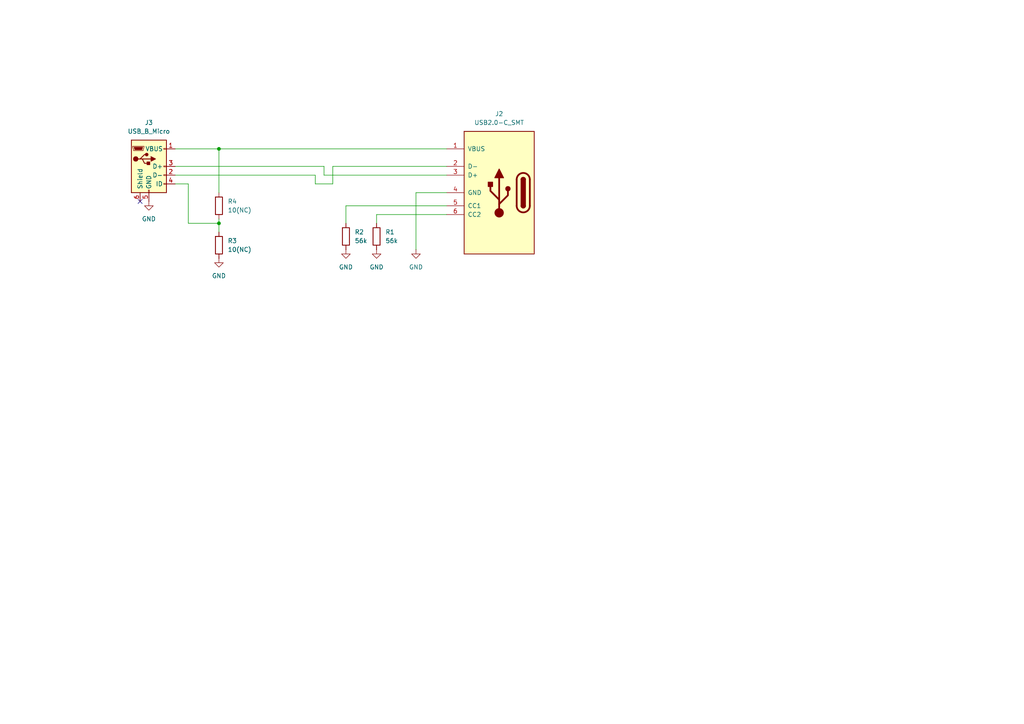
<source format=kicad_sch>
(kicad_sch (version 20231120) (generator "eeschema") (generator_version "8.0")
  (paper "A4")
  (title_block (title "USB MM-CF Adapter") (rev "v1.0.2") (company "Atsushi Morimoto (@74th)"))
  (lib_symbols
    (symbol "74th_Interface:USB_TypeC-2.0_Receptacle" (pin_names (offset 1.016))
      (property "Reference" "J" (at -10.16 19.05 0))
      (property "Value" "USB2.0-C_SMT" (at 15.24 19.05 0))
      (symbol "USB_TypeC-2.0_Receptacle_0_1"
        (rectangle (start -10.16 17.78) (end 10.16 -17.78) (stroke (width 0.254)) (fill (type background)))
        (arc (start -8.89 -3.81) (mid -6.985 -5.7067) (end -5.08 -3.81) (stroke (width 0.508)))
        (arc (start -7.62 -3.81) (mid -6.985 -4.4423) (end -6.35 -3.81) (stroke (width 0.254)))
        (arc (start -7.62 -3.81) (mid -6.985 -4.4423) (end -6.35 -3.81) (stroke (width 0.254)) (fill (type outline)))
        (rectangle (start -7.62 -3.81) (end -6.35 3.81) (stroke (width 0.254)) (fill (type outline)))
        (arc (start -6.35 3.81) (mid -6.985 4.4423) (end -7.62 3.81) (stroke (width 0.254)))
        (arc (start -6.35 3.81) (mid -6.985 4.4423) (end -7.62 3.81) (stroke (width 0.254)) (fill (type outline)))
        (arc (start -5.08 3.81) (mid -6.985 5.7067) (end -8.89 3.81) (stroke (width 0.508)))
        (circle (center -2.54 1.143) (radius 0.635) (stroke (width 0.254)) (fill (type outline)))
        (circle (center 0 -5.842) (radius 1.27) (fill (type outline)))
        (polyline (pts (xy -8.89 -3.81) (xy -8.89 3.81)) (stroke (width 0.508)))
        (polyline (pts (xy -5.08 3.81) (xy -5.08 -3.81)) (stroke (width 0.508)))
        (polyline (pts (xy 0 -5.842) (xy 0 4.318)) (stroke (width 0.508)))
        (polyline (pts (xy 0 -3.302) (xy -2.54 -0.762) (xy -2.54 0.508)) (stroke (width 0.508)))
        (polyline (pts (xy 0 -2.032) (xy 2.54 0.508) (xy 2.54 1.778)) (stroke (width 0.508)))
        (polyline (pts (xy -1.27 4.318) (xy 0 6.858) (xy 1.27 4.318) (xy -1.27 4.318)) (stroke (width 0.254)) (fill (type outline)))
        (rectangle (start 1.905 1.778) (end 3.175 3.048) (stroke (width 0.254)) (fill (type outline)))
      )
      (symbol "USB_TypeC-2.0_Receptacle_1_1"
        (pin power_out line (at 15.24 12.7 180) (length 5.08) (name "VBUS") (number "1"))
        (pin bidirectional line (at 15.24 7.62 180) (length 5.08) (name "D-") (number "2"))
        (pin bidirectional line (at 15.24 5.08 180) (length 5.08) (name "D+") (number "3"))
        (pin power_out line (at 15.24 0 180) (length 5.08) (name "GND") (number "4"))
        (pin input line (at 15.24 -3.81 180) (length 5.08) (name "CC1") (number "5"))
        (pin input line (at 15.24 -6.35 180) (length 5.08) (name "CC2") (number "6"))
      )
    )
    (symbol "Connector:USB_B_Micro" (pin_names (offset 1.016))
      (property "Reference" "J" (at -5.08 11.43 0))
      (property "Value" "USB_B_Micro" (at -5.08 8.89 0))
      (symbol "USB_B_Micro_0_1"
        (rectangle (start -5.08 -7.62) (end 5.08 7.62) (stroke (width 0.254)) (fill (type background)))
        (circle (center -3.81 2.159) (radius 0.635) (stroke (width 0.254)) (fill (type outline)))
        (circle (center -0.635 3.429) (radius 0.381) (stroke (width 0.254)) (fill (type outline)))
        (rectangle (start -0.127 -7.62) (end 0.127 -6.858))
        (polyline (pts (xy -1.905 2.159) (xy 0.635 2.159)) (stroke (width 0.254)))
        (polyline (pts (xy -3.175 2.159) (xy -2.54 2.159) (xy -1.27 3.429) (xy -0.635 3.429)) (stroke (width 0.254)))
        (polyline (pts (xy -2.54 2.159) (xy -1.905 2.159) (xy -1.27 0.889) (xy 0 0.889)) (stroke (width 0.254)))
        (polyline (pts (xy 0.635 2.794) (xy 0.635 1.524) (xy 1.905 2.159) (xy 0.635 2.794)) (stroke (width 0.254)) (fill (type outline)))
        (polyline (pts (xy -4.318 5.588) (xy -1.778 5.588) (xy -2.032 4.826) (xy -4.064 4.826) (xy -4.318 5.588)) (fill (type outline)))
        (polyline (pts (xy -4.699 5.842) (xy -4.699 5.588) (xy -4.445 4.826) (xy -4.445 4.572) (xy -1.651 4.572) (xy -1.651 4.826) (xy -1.397 5.588) (xy -1.397 5.842) (xy -4.699 5.842)))
        (rectangle (start 0.254 1.27) (end -0.508 0.508) (stroke (width 0.254)) (fill (type outline)))
        (rectangle (start 5.08 -5.207) (end 4.318 -4.953))
        (rectangle (start 5.08 -2.667) (end 4.318 -2.413))
        (rectangle (start 5.08 -0.127) (end 4.318 0.127))
        (rectangle (start 5.08 4.953) (end 4.318 5.207))
      )
      (symbol "USB_B_Micro_1_1"
        (pin power_out line (at 7.62 5.08 180) (length 2.54) (name "VBUS") (number "1"))
        (pin bidirectional line (at 7.62 -2.54 180) (length 2.54) (name "D-") (number "2"))
        (pin bidirectional line (at 7.62 0 180) (length 2.54) (name "D+") (number "3"))
        (pin passive line (at 7.62 -5.08 180) (length 2.54) (name "ID") (number "4"))
        (pin power_out line (at 0 -10.16 90) (length 2.54) (name "GND") (number "5"))
        (pin passive line (at -2.54 -10.16 90) (length 2.54) (name "Shield") (number "6"))
      )
    )
    (symbol "Device:R" (pin_numbers hide) (pin_names (offset 0))
      (property "Reference" "R" (at 2.032 0 90))
      (property "Value" "R" (at 0 0 90))
      (symbol "R_0_1"
        (rectangle (start -1.016 -2.54) (end 1.016 2.54) (stroke (width 0.254)))
      )
      (symbol "R_1_1"
        (pin passive line (at 0 3.81 270) (length 1.27) (name "~") (number "1"))
        (pin passive line (at 0 -3.81 90) (length 1.27) (name "~") (number "2"))
      )
    )
    (symbol "power:GND" (power) (pin_numbers hide) (pin_names (offset 0) hide)
      (property "Value" "GND" (at 0 -3.81 0))
      (symbol "GND_0_1"
        (polyline (pts (xy 0 0) (xy 0 -1.27) (xy 1.27 -1.27) (xy 0 -2.54) (xy -1.27 -1.27) (xy 0 -1.27)))
      )
      (symbol "GND_1_1"
        (pin power_in line (at 0 0 270) (length 0) (name "~") (number "1"))
      )
    )
  )
  (junction (at 63.5 43.18))
  (junction (at 63.5 64.77))
  (no_connect (at 40.64 58.42))
  (wire (pts (xy 100.33 59.69) (xy 100.33 64.77)))
  (wire (pts (xy 100.33 59.69) (xy 129.54 59.69)))
  (wire (pts (xy 91.44 50.8) (xy 50.8 50.8)))
  (wire (pts (xy 54.61 53.34) (xy 54.61 64.77)))
  (wire (pts (xy 109.22 62.23) (xy 109.22 64.77)))
  (wire (pts (xy 50.8 53.34) (xy 54.61 53.34)))
  (wire (pts (xy 50.8 48.26) (xy 93.98 48.26)))
  (wire (pts (xy 63.5 43.18) (xy 129.54 43.18)))
  (wire (pts (xy 120.65 55.88) (xy 129.54 55.88)))
  (wire (pts (xy 63.5 43.18) (xy 63.5 55.88)))
  (wire (pts (xy 120.65 72.39) (xy 120.65 55.88)))
  (wire (pts (xy 96.52 53.34) (xy 91.44 53.34)))
  (wire (pts (xy 109.22 62.23) (xy 129.54 62.23)))
  (wire (pts (xy 63.5 64.77) (xy 63.5 67.31)))
  (wire (pts (xy 54.61 64.77) (xy 63.5 64.77)))
  (wire (pts (xy 50.8 43.18) (xy 63.5 43.18)))
  (wire (pts (xy 129.54 48.26) (xy 96.52 48.26)))
  (wire (pts (xy 93.98 48.26) (xy 93.98 50.8)))
  (wire (pts (xy 93.98 50.8) (xy 129.54 50.8)))
  (wire (pts (xy 96.52 48.26) (xy 96.52 53.34)))
  (wire (pts (xy 63.5 64.77) (xy 63.5 63.5)))
  (wire (pts (xy 91.44 53.34) (xy 91.44 50.8)))
  (symbol (lib_id "power:GND") (at 63.5 74.93 0) (unit 1)
    (property "Reference" "#PWR03" (effects (hide yes)))
    (property "Value" "GND" (at 63.5 80.01 0))
    (property "Description" "Power symbol creates a global label with name \"GND\" , ground" (effects (hide yes)))
  )
  (symbol (lib_id "Device:R") (at 63.5 71.12 0) (unit 1)
    (property "Reference" "R3" (at 66.04 69.8499 0) (effects (justify left)))
    (property "Value" "10(NC)" (at 66.04 72.3899 0) (effects (justify left)))
    (property "Footprint" "74th:Register_0603_1608" (effects (hide yes)))
    (property "Description" "Resistor" (effects (hide yes)))
  )
  (symbol (lib_id "74th_Interface:USB_TypeC-2.0_Receptacle") (at 144.78 55.88 0) (mirror y) (unit 1)
    (property "Reference" "J2" (at 144.78 33.02 0))
    (property "Value" "USB2.0-C_SMT" (at 144.78 35.56 0))
    (property "Footprint" "74th:Connector_USB-C-Receptacle_SMT_12-Pin_Simple" (effects (hide yes)))
    (property "Datasheet" "https://www.usb.org/sites/default/files/documents/usb_type-c.zip" (effects (hide yes)))
    (property "Description" "USB 2.0-only Type-C Plug connector" (effects (hide yes)))
  )
  (symbol (lib_id "power:GND") (at 100.33 72.39 0) (unit 1)
    (property "Reference" "#PWR04" (effects (hide yes)))
    (property "Value" "GND" (at 100.33 77.47 0))
    (property "Description" "Power symbol creates a global label with name \"GND\" , ground" (effects (hide yes)))
  )
  (symbol (lib_id "power:GND") (at 109.22 72.39 0) (unit 1)
    (property "Reference" "#PWR05" (effects (hide yes)))
    (property "Value" "GND" (at 109.22 77.47 0))
    (property "Description" "Power symbol creates a global label with name \"GND\" , ground" (effects (hide yes)))
  )
  (symbol (lib_id "Connector:USB_B_Micro") (at 43.18 48.26 0) (unit 1)
    (property "Reference" "J3" (at 43.18 35.56 0))
    (property "Value" "USB_B_Micro" (at 43.18 38.1 0))
    (property "Footprint" "74th:Connector_USB-Micro-Plug_SMD" (effects (hide yes)))
    (property "Description" "USB Micro Type B connector" (effects (hide yes)))
  )
  (symbol (lib_id "power:GND") (at 120.65 72.39 0) (unit 1)
    (property "Reference" "#PWR02" (effects (hide yes)))
    (property "Value" "GND" (at 120.65 77.47 0))
    (property "Description" "Power symbol creates a global label with name \"GND\" , ground" (effects (hide yes)))
  )
  (symbol (lib_id "power:GND") (at 43.18 58.42 0) (unit 1)
    (property "Reference" "#PWR01" (effects (hide yes)))
    (property "Value" "GND" (at 43.18 63.5 0))
    (property "Description" "Power symbol creates a global label with name \"GND\" , ground" (effects (hide yes)))
  )
  (symbol (lib_id "Device:R") (at 109.22 68.58 0) (unit 1)
    (property "Reference" "R1" (at 111.76 67.3099 0) (effects (justify left)))
    (property "Value" "56k" (at 111.76 69.8499 0) (effects (justify left)))
    (property "Footprint" "74th:Register_0603_1608" (effects (hide yes)))
    (property "Description" "Resistor" (effects (hide yes)))
  )
  (symbol (lib_id "Device:R") (at 63.5 59.69 0) (unit 1)
    (property "Reference" "R4" (at 66.04 58.4199 0) (effects (justify left)))
    (property "Value" "10(NC)" (at 66.04 60.9599 0) (effects (justify left)))
    (property "Footprint" "74th:Register_0603_1608" (effects (hide yes)))
    (property "Description" "Resistor" (effects (hide yes)))
  )
  (symbol (lib_id "Device:R") (at 100.33 68.58 0) (unit 1)
    (property "Reference" "R2" (at 102.87 67.3099 0) (effects (justify left)))
    (property "Value" "56k" (at 102.87 69.8499 0) (effects (justify left)))
    (property "Footprint" "74th:Register_0603_1608" (effects (hide yes)))
    (property "Description" "Resistor" (effects (hide yes)))
  )
)
</source>
